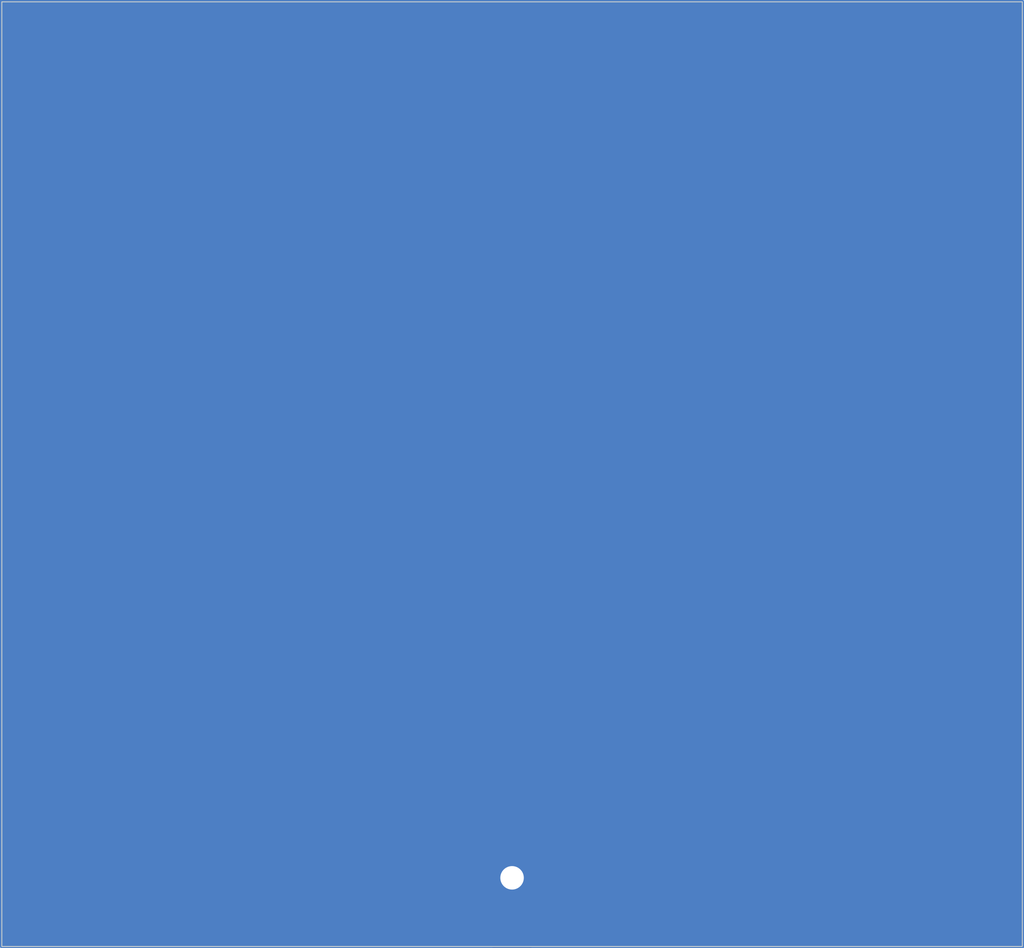
<source format=kicad_pcb>
(kicad_pcb
	(version 20241229)
	(generator "pcbnew")
	(generator_version "9.0")
	(general
		(thickness 1.6)
		(legacy_teardrops no)
	)
	(paper "A4")
	(layers
		(0 "F.Cu" signal)
		(2 "B.Cu" signal)
		(9 "F.Adhes" user "F.Adhesive")
		(11 "B.Adhes" user "B.Adhesive")
		(13 "F.Paste" user)
		(15 "B.Paste" user)
		(5 "F.SilkS" user "F.Silkscreen")
		(7 "B.SilkS" user "B.Silkscreen")
		(1 "F.Mask" user)
		(3 "B.Mask" user)
		(17 "Dwgs.User" user "User.Drawings")
		(19 "Cmts.User" user "User.Comments")
		(21 "Eco1.User" user "User.Eco1")
		(23 "Eco2.User" user "User.Eco2")
		(25 "Edge.Cuts" user)
		(27 "Margin" user)
		(31 "F.CrtYd" user "F.Courtyard")
		(29 "B.CrtYd" user "B.Courtyard")
		(35 "F.Fab" user)
		(33 "B.Fab" user)
		(39 "User.1" user)
		(41 "User.2" user)
		(43 "User.3" user)
		(45 "User.4" user)
	)
	(setup
		(pad_to_mask_clearance 0)
		(allow_soldermask_bridges_in_footprints no)
		(tenting front back)
		(pcbplotparams
			(layerselection 0x00000000_00000000_55555555_5755555d)
			(plot_on_all_layers_selection 0x00000000_00000000_00000000_00000000)
			(disableapertmacros no)
			(usegerberextensions no)
			(usegerberattributes yes)
			(usegerberadvancedattributes yes)
			(creategerberjobfile yes)
			(dashed_line_dash_ratio 12.000000)
			(dashed_line_gap_ratio 3.000000)
			(svgprecision 4)
			(plotframeref no)
			(mode 1)
			(useauxorigin no)
			(hpglpennumber 1)
			(hpglpenspeed 20)
			(hpglpendiameter 15.000000)
			(pdf_front_fp_property_popups yes)
			(pdf_back_fp_property_popups yes)
			(pdf_metadata yes)
			(pdf_single_document no)
			(dxfpolygonmode yes)
			(dxfimperialunits yes)
			(dxfusepcbnewfont yes)
			(psnegative no)
			(psa4output no)
			(plot_black_and_white yes)
			(plotinvisibletext no)
			(sketchpadsonfab no)
			(plotpadnumbers no)
			(hidednponfab no)
			(sketchdnponfab yes)
			(crossoutdnponfab yes)
			(subtractmaskfromsilk no)
			(outputformat 1)
			(mirror no)
			(drillshape 0)
			(scaleselection 1)
			(outputdirectory "../../../gerberfiles 4antenna/")
		)
	)
	(net 0 "")
	(net 1 "ground")
	(gr_line
		(start 84.4 87.3)
		(end 99.9 87.3)
		(stroke
			(width 0.2)
			(type solid)
		)
		(layer "F.Cu")
		(uuid "11f7e77c-ba10-4f43-beff-0b4a58e531b7")
	)
	(gr_line
		(start 99.9 87.3)
		(end 99.9 77.3)
		(stroke
			(width 0.2)
			(type solid)
		)
		(layer "F.Cu")
		(uuid "15b0a68e-abbb-4421-ab8f-269733d7ce09")
	)
	(gr_line
		(start 100.9 77.3)
		(end 100.9 95.8)
		(stroke
			(width 0.2)
			(type solid)
		)
		(layer "F.Cu")
		(uuid "16df2689-fb02-4de7-9d20-5d92f52949dd")
	)
	(gr_line
		(start 119.4 87.3)
		(end 119.4 57.9)
		(stroke
			(width 0.2)
			(type solid)
		)
		(layer "F.Cu")
		(uuid "1706e76a-1a43-4153-bcdd-e13140ab22b8")
	)
	(gr_line
		(start 119.4 57.9)
		(end 84.4 57.9)
		(stroke
			(width 0.2)
			(type solid)
		)
		(layer "F.Cu")
		(uuid "23d850e3-634a-41fe-9f50-6542e8be41da")
	)
	(gr_line
		(start 99.9 77.3)
		(end 100.9 77.3)
		(stroke
			(width 0.2)
			(type solid)
		)
		(layer "F.Cu")
		(uuid "307008d9-7111-45ce-9086-e1d4abfd9b02")
	)
	(gr_line
		(start 102.9 95.8)
		(end 102.9 77.3)
		(stroke
			(width 0.2)
			(type solid)
		)
		(layer "F.Cu")
		(uuid "3aa17c85-7d5d-49dc-90ed-987b3ec747f3")
	)
	(gr_line
		(start 84.4 57.9)
		(end 84.4 87.3)
		(stroke
			(width 0.2)
			(type solid)
		)
		(layer "F.Cu")
		(uuid "67041c88-c903-4973-8c47-cbe4e9eb2126")
	)
	(gr_line
		(start 102.9 77.3)
		(end 103.9 77.3)
		(stroke
			(width 0.2)
			(type solid)
		)
		(layer "F.Cu")
		(uuid "76f6540d-be31-483e-bd16-fb1fdd717f1b")
	)
	(gr_line
		(start 103.9 87.3)
		(end 119.4 87.3)
		(stroke
			(width 0.2)
			(type solid)
		)
		(layer "F.Cu")
		(uuid "9e1bcce5-9b53-4902-891e-c440afbabb98")
	)
	(gr_line
		(start 100.9 95.8)
		(end 102.9 95.8)
		(stroke
			(width 0.2)
			(type solid)
		)
		(layer "F.Cu")
		(uuid "a474a0f3-5574-40cb-ae36-515ebcc8f175")
	)
	(gr_line
		(start 103.9 77.3)
		(end 103.9 87.3)
		(stroke
			(width 0.2)
			(type solid)
		)
		(layer "F.Cu")
		(uuid "decd207c-8019-4a96-9217-a8ce8a0196cc")
	)
	(gr_line
		(start 103.4 77.3)
		(end 103.9 77.3)
		(stroke
			(width 0.2)
			(type default)
		)
		(layer "F.Cu")
		(uuid "fbb618af-b9af-4e5f-9b7b-6af866a34b5b")
	)
	(gr_poly
		(pts
			(xy 73.65 43.5) (xy 130.15 43.5) (xy 130.15 95.8) (xy 73.65 95.8)
		)
		(stroke
			(width 0.2)
			(type solid)
		)
		(fill yes)
		(layer "B.Cu")
		(uuid "b6e6a34c-978f-4496-9c07-9ed100e5a300")
	)
	(gr_rect
		(start 73.65 43.5)
		(end 130.15 95.8)
		(stroke
			(width 0.2)
			(type default)
		)
		(fill no)
		(layer "B.Cu")
		(uuid "e730c845-7259-4c6c-80fb-4e447e35b7e0")
	)
	(gr_rect
		(start 73.65 43.5)
		(end 130.15 95.8)
		(stroke
			(width 0.05)
			(type solid)
		)
		(fill no)
		(layer "Edge.Cuts")
		(uuid "8f9e14fe-09be-4373-a2c3-caf835b8c110")
	)
	(via
		(at 101.9 92)
		(size 1.6)
		(drill 1.3)
		(layers "F.Cu" "B.Cu")
		(net 0)
		(uuid "492ba4a8-934c-4c27-91c2-4246b86de45a")
	)
	(zone
		(net 0)
		(net_name "")
		(layer "B.Cu")
		(uuid "57cbaf08-8eb3-4065-b748-37487340d272")
		(name "GND")
		(hatch edge 0.5)
		(connect_pads
			(clearance 0)
		)
		(min_thickness 0.25)
		(filled_areas_thickness no)
		(fill
			(thermal_gap 0.5)
			(thermal_bridge_width 0.5)
			(island_removal_mode 1)
			(island_area_min 10)
		)
		(polygon
			(pts
				(xy 73.65 43.5) (xy 73.65 95.8) (xy 130.15 95.8) (xy 130.15 43.5)
			)
		)
	)
	(zone
		(net 1)
		(net_name "ground")
		(layer "B.Cu")
		(uuid "60f3d840-5ef1-412c-95ab-ccb5f9577183")
		(name "GND")
		(hatch edge 0.5)
		(priority 4)
		(connect_pads
			(clearance 0)
		)
		(min_thickness 0.25)
		(filled_areas_thickness no)
		(fill
			(thermal_gap 0.5)
			(thermal_bridge_width 0.5)
			(island_removal_mode 1)
			(island_area_min 10)
		)
		(polygon
			(pts
				(xy 73.65 43.5) (xy 73.65 95.8) (xy 130.15 95.8) (xy 130.15 43.5)
			)
		)
	)
	(zone
		(net 1)
		(net_name "ground")
		(layer "B.Cu")
		(uuid "b9cb78a6-b130-4ce0-b345-56fa907c8069")
		(name "GND")
		(hatch edge 0.5)
		(priority 2)
		(connect_pads
			(clearance 0)
		)
		(min_thickness 0.25)
		(filled_areas_thickness no)
		(fill
			(thermal_gap 0.5)
			(thermal_bridge_width 0.5)
			(island_removal_mode 1)
			(island_area_min 10)
		)
		(polygon
			(pts
				(xy 73.65 43.5) (xy 130.15 43.5) (xy 130.15 95.8) (xy 73.65 95.8)
			)
		)
	)
	(zone
		(net 0)
		(net_name "")
		(layer "B.Cu")
		(uuid "bb640802-e89d-48cb-aeb8-9afcd3e2b6ac")
		(name "GND")
		(hatch edge 0.5)
		(priority 3)
		(connect_pads
			(clearance 0)
		)
		(min_thickness 0.25)
		(filled_areas_thickness no)
		(fill
			(thermal_gap 0.5)
			(thermal_bridge_width 0.5)
			(island_removal_mode 1)
			(island_area_min 10)
		)
		(polygon
			(pts
				(xy 73.65 43.5) (xy 130.15 43.5) (xy 130.15 95.8) (xy 73.65 95.8)
			)
		)
	)
	(zone
		(net 0)
		(net_name "")
		(layer "B.Cu")
		(uuid "fc73f27e-1758-488d-ba50-d9bf07d47d41")
		(name "GND")
		(hatch edge 0.5)
		(priority 1)
		(connect_pads
			(clearance 0)
		)
		(min_thickness 0.25)
		(filled_areas_thickness no)
		(fill
			(thermal_gap 0.5)
			(thermal_bridge_width 0.5)
			(island_removal_mode 1)
			(island_area_min 10)
		)
		(polygon
			(pts
				(xy 73.65 43.5) (xy 130.15 43.5) (xy 130.15 95.8) (xy 73.65 95.8)
			)
		)
	)
	(embedded_fonts no)
)

</source>
